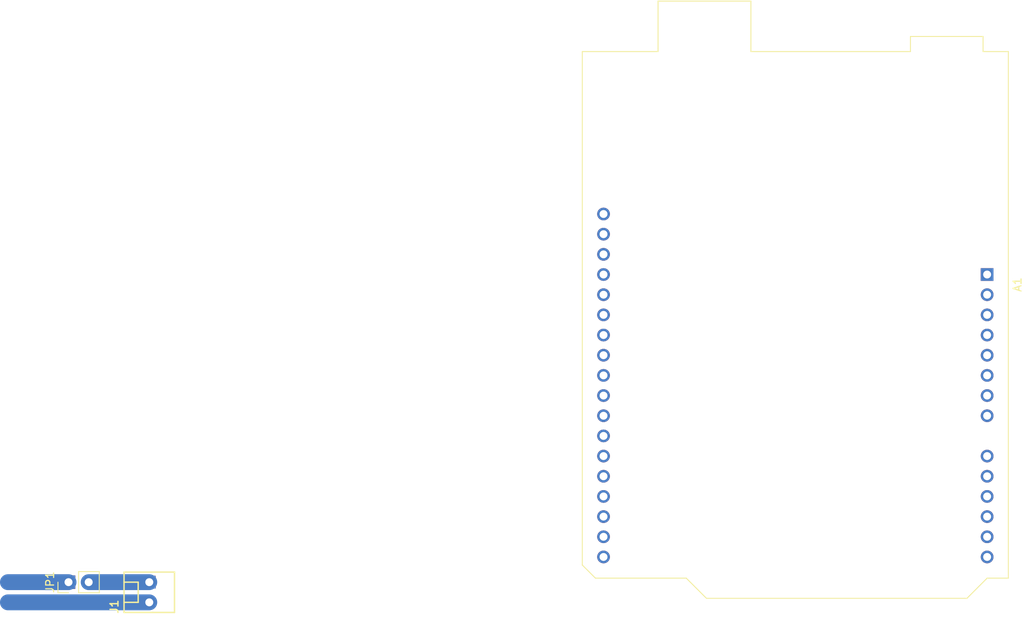
<source format=kicad_pcb>
(kicad_pcb (version 20211014) (generator pcbnew)
  (layers (0 "F.Cu" signal) (31 "B.Cu" signal) (34 "B.Paste" user) (35 "F.Paste" user) (36 "B.SilkS" user "B.Silkscreen") (37 "F.SilkS" user "F.Silkscreen") (38 "B.Mask" user) (39 "F.Mask" user) (44 "Edge.Cuts" user))
  (net 0 "")
  (net 1 "/OUT0")
  (net 6 "/DIS0")
  (net 8 "GND")
  (net 14 "+5V")
  (net 15 "/N_RST")
  (net 16 "Net-(A1-Pad5)")
  (net 17 "/OUT1")
  (net 18 "/OUT2")
  (net 28 "/OUT3")
  (net 29 "/ARD_PWM3")
  (net 30 "/ARD_PWM2")
  (net 31 "/ARD_PWM1")
  (net 32 "/ARD_PWM0")
  (footprint "Connector_PinHeader_2.54mm:PinHeader_1x02_P2.54mm_Vertical" (layer "F.Cu") (at 119.38 129.54 90)
    (fp_text reference "JP1" (at 0 -2.33 90) (layer "F.SilkS"))
    (fp_text value "1x2 2.54mm male")
    (fp_line (start -1.33 1.27) (end -1.33 3.87) (layer "F.SilkS") (width 0.12))
    (fp_line (start -1.33 -1.33) (end 0 -1.33) (layer "F.SilkS") (width 0.12))
    (fp_line (start -1.33 1.27) (end 1.33 1.27) (layer "F.SilkS") (width 0.12))
    (fp_line (start -1.33 3.87) (end 1.33 3.87) (layer "F.SilkS") (width 0.12))
    (fp_line (start 1.33 1.27) (end 1.33 3.87) (layer "F.SilkS") (width 0.12))
    (fp_line (start -1.33 0) (end -1.33 -1.33) (layer "F.SilkS") (width 0.12))
    (pad "1" thru_hole rect (at 0 0 90) (size 1.7 1.7) (drill 1) (layers *.Cu *.Mask) (net 16 "Net-(A1-Pad5)"))
    (pad "2" thru_hole oval (at 0 2.54 90) (size 1.7 1.7) (drill 1) (layers *.Cu *.Mask) (net 14 "+5V"))
  )
  (footprint "For_Rasterboard:Arduino_UNO_R3_WithMountingHoles_Snapped_to_P2.54mm" (layer "F.Cu") (at 234.95 90.805 -90)
    (fp_text reference "A1" (at 1.27 -3.81 90) (layer "F.SilkS"))
    (fp_text value "Arduino_UNO_R3")
    (fp_line (start 38.23 37.85) (end 40.77 35.31) (layer "F.SilkS") (width 0.12))
    (fp_line (start -28.07 29.72) (end -34.42 29.72) (layer "F.SilkS") (width 0.12))
    (fp_line (start -28.07 9.65) (end -28.07 29.72) (layer "F.SilkS") (width 0.12))
    (fp_line (start -28.07 -2.67) (end -28.07 0.51) (layer "F.SilkS") (width 0.12))
    (fp_line (start 38.23 49.28) (end 38.23 37.85) (layer "F.SilkS") (width 0.12))
    (fp_line (start -29.97 9.65) (end -28.07 9.65) (layer "F.SilkS") (width 0.12))
    (fp_line (start -28.07 41.4) (end -28.07 50.93) (layer "F.SilkS") (width 0.12))
    (fp_line (start 40.77 2.54) (end 38.23 0) (layer "F.SilkS") (width 0.12))
    (fp_line (start -28.07 0.51) (end -29.97 0.51) (layer "F.SilkS") (width 0.12))
    (fp_line (start 36.58 50.93) (end 38.23 49.28) (layer "F.SilkS") (width 0.12))
    (fp_line (start 38.23 -2.67) (end -28.07 -2.67) (layer "F.SilkS") (width 0.12))
    (fp_line (start 38.23 0) (end 38.23 -2.67) (layer "F.SilkS") (width 0.12))
    (fp_line (start -34.42 41.4) (end -28.07 41.4) (layer "F.SilkS") (width 0.12))
    (fp_line (start -34.42 29.72) (end -34.42 41.4) (layer "F.SilkS") (width 0.12))
    (fp_line (start 40.77 35.31) (end 40.77 2.54) (layer "F.SilkS") (width 0.12))
    (fp_line (start -29.97 0.51) (end -29.97 9.65) (layer "F.SilkS") (width 0.12))
    (fp_line (start -28.07 50.93) (end 36.58 50.93) (layer "F.SilkS") (width 0.12))
    (pad "" np_thru_hole circle (at 38.1 5.08) (size 3.2 3.2) (drill 3.2) (layers *.Cu *.Mask))
    (pad "" np_thru_hole circle (at -13.97 0) (size 3.2 3.2) (drill 3.2) (layers *.Cu *.Mask))
    (pad "" np_thru_hole circle (at 38.1 33.02) (size 3.2 3.2) (drill 3.2) (layers *.Cu *.Mask))
    (pad "" np_thru_hole circle (at -12.7 48.26) (size 3.2 3.2) (drill 3.2) (layers *.Cu *.Mask))
    (pad "1" thru_hole rect (at 0 0) (size 1.6 1.6) (drill 1) (layers *.Cu *.Mask))
    (pad "2" thru_hole oval (at 2.54 0) (size 1.6 1.6) (drill 1) (layers *.Cu *.Mask))
    (pad "3" thru_hole oval (at 5.08 0) (size 1.6 1.6) (drill 1) (layers *.Cu *.Mask) (net 15 "/N_RST"))
    (pad "4" thru_hole oval (at 7.62 0) (size 1.6 1.6) (drill 1) (layers *.Cu *.Mask))
    (pad "5" thru_hole oval (at 10.16 0) (size 1.6 1.6) (drill 1) (layers *.Cu *.Mask) (net 16 "Net-(A1-Pad5)"))
    (pad "6" thru_hole oval (at 12.7 0) (size 1.6 1.6) (drill 1) (layers *.Cu *.Mask) (net 8 "GND"))
    (pad "7" thru_hole oval (at 15.24 0) (size 1.6 1.6) (drill 1) (layers *.Cu *.Mask) (net 8 "GND"))
    (pad "8" thru_hole oval (at 17.78 0) (size 1.6 1.6) (drill 1) (layers *.Cu *.Mask))
    (pad "9" thru_hole oval (at 22.86 0) (size 1.6 1.6) (drill 1) (layers *.Cu *.Mask) (net 1 "/OUT0"))
    (pad "10" thru_hole oval (at 25.4 0) (size 1.6 1.6) (drill 1) (layers *.Cu *.Mask) (net 17 "/OUT1"))
    (pad "11" thru_hole oval (at 27.94 0) (size 1.6 1.6) (drill 1) (layers *.Cu *.Mask) (net 18 "/OUT2"))
    (pad "12" thru_hole oval (at 30.48 0) (size 1.6 1.6) (drill 1) (layers *.Cu *.Mask) (net 28 "/OUT3"))
    (pad "13" thru_hole oval (at 33.02 0) (size 1.6 1.6) (drill 1) (layers *.Cu *.Mask))
    (pad "14" thru_hole oval (at 35.56 0) (size 1.6 1.6) (drill 1) (layers *.Cu *.Mask))
    (pad "15" thru_hole oval (at 35.56 48.26) (size 1.6 1.6) (drill 1) (layers *.Cu *.Mask))
    (pad "16" thru_hole oval (at 33.02 48.26) (size 1.6 1.6) (drill 1) (layers *.Cu *.Mask))
    (pad "17" thru_hole oval (at 30.48 48.26) (size 1.6 1.6) (drill 1) (layers *.Cu *.Mask) (net 6 "/DIS0"))
    (pad "18" thru_hole oval (at 27.94 48.26) (size 1.6 1.6) (drill 1) (layers *.Cu *.Mask))
    (pad "19" thru_hole oval (at 25.4 48.26) (size 1.6 1.6) (drill 1) (layers *.Cu *.Mask))
    (pad "20" thru_hole oval (at 22.86 48.26) (size 1.6 1.6) (drill 1) (layers *.Cu *.Mask) (net 29 "/ARD_PWM3"))
    (pad "21" thru_hole oval (at 20.32 48.26) (size 1.6 1.6) (drill 1) (layers *.Cu *.Mask))
    (pad "22" thru_hole oval (at 17.78 48.26) (size 1.6 1.6) (drill 1) (layers *.Cu *.Mask))
    (pad "23" thru_hole oval (at 15.24 48.26) (size 1.6 1.6) (drill 1) (layers *.Cu *.Mask))
    (pad "24" thru_hole oval (at 12.7 48.26) (size 1.6 1.6) (drill 1) (layers *.Cu *.Mask) (net 30 "/ARD_PWM2"))
    (pad "25" thru_hole oval (at 10.16 48.26) (size 1.6 1.6) (drill 1) (layers *.Cu *.Mask) (net 31 "/ARD_PWM1"))
    (pad "26" thru_hole oval (at 7.62 48.26) (size 1.6 1.6) (drill 1) (layers *.Cu *.Mask) (net 32 "/ARD_PWM0"))
    (pad "27" thru_hole oval (at 5.08 48.26) (size 1.6 1.6) (drill 1) (layers *.Cu *.Mask))
    (pad "28" thru_hole oval (at 2.54 48.26) (size 1.6 1.6) (drill 1) (layers *.Cu *.Mask))
    (pad "29" thru_hole oval (at 0 48.26) (size 1.6 1.6) (drill 1) (layers *.Cu *.Mask))
    (pad "30" thru_hole oval (at -2.54 48.26) (size 1.6 1.6) (drill 1) (layers *.Cu *.Mask))
    (pad "31" thru_hole oval (at -5.08 48.26) (size 1.6 1.6) (drill 1) (layers *.Cu *.Mask))
    (pad "32" thru_hole oval (at -7.62 48.26) (size 1.6 1.6) (drill 1) (layers *.Cu *.Mask))
  )
  (footprint "Extra_Common:MOLEX-22-23-2021" (layer "F.Cu") (at 129.54 130.81 90)
    (fp_text reference "J1" (at -2.794 -3.81 90) (layer "F.SilkS") (effects (font (thickness 0.18)) (justify left bottom)))
    (fp_text value "1x2 2.54mm male" hide)
    (fp_line (start -1.27 -1.397) (end 1.27 -1.397) (layer "F.SilkS") (width 0.18))
    (fp_line (start -1.27 -1.397) (end -1.27 -3.175) (layer "F.SilkS") (width 0.18))
    (fp_line (start -2.54 -3.175) (end 2.54 -3.175) (layer "F.SilkS") (width 0.18))
    (fp_line (start 2.54 -3.175) (end 2.54 3.175) (layer "F.SilkS") (width 0.18))
    (fp_line (start 2.54 3.175) (end -2.54 3.175) (layer "F.SilkS") (width 0.18))
    (fp_line (start -2.54 3.175) (end -2.54 -3.175) (layer "F.SilkS") (width 0.18))
    (fp_line (start 1.27 -1.397) (end 1.27 -3.175) (layer "F.SilkS") (width 0.18))
    (pad "1" thru_hole rect locked (at 1.27 0 180) (size 1.6 1.6) (drill 1) (layers *.Cu *.Mask) (net 14 "+5V"))
    (pad "2" thru_hole circle locked (at -1.27 0 90) (size 1.6 1.6) (drill 1) (layers *.Cu *.Mask) (net 8 "GND"))
  )
  (segment (start 111.76 132.08) (end 129.54 132.08) (width 2) (layer "B.Cu") (net 8))
  (segment (start 121.92 129.54) (end 129.54 129.54) (width 2) (layer "B.Cu") (net 14))
  (segment (start 111.76 129.54) (end 119.38 129.54) (width 2) (layer "B.Cu") (net 16))
)
</source>
